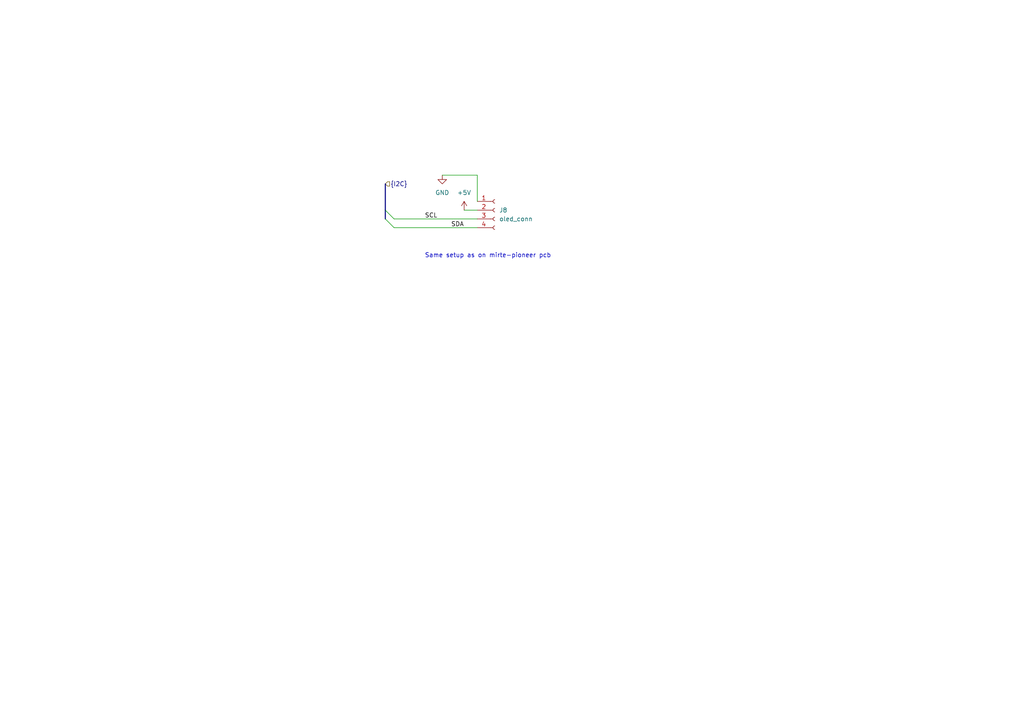
<source format=kicad_sch>
(kicad_sch (version 20230121) (generator eeschema)
  (paper "A4")
  (lib_symbols
    (symbol "Connector:Conn_01x04_Socket" (pin_names (offset 1.016) hide)
      (property "Reference" "J" (at 0 5.08 0))
      (property "Value" "Conn_01x04_Socket" (at 0 -7.62 0))
      (symbol "Conn_01x04_Socket_1_1"
        (arc (start 0 -4.572) (mid -0.5058 -5.08) (end 0 -5.588) (stroke (width 0.1524)))
        (arc (start 0 -2.032) (mid -0.5058 -2.54) (end 0 -3.048) (stroke (width 0.1524)))
        (polyline (pts (xy -1.27 -5.08) (xy -0.508 -5.08)) (stroke (width 0.1524)))
        (polyline (pts (xy -1.27 -2.54) (xy -0.508 -2.54)) (stroke (width 0.1524)))
        (polyline (pts (xy -1.27 0) (xy -0.508 0)) (stroke (width 0.1524)))
        (polyline (pts (xy -1.27 2.54) (xy -0.508 2.54)) (stroke (width 0.1524)))
        (arc (start 0 0.508) (mid -0.5058 0) (end 0 -0.508) (stroke (width 0.1524)))
        (arc (start 0 3.048) (mid -0.5058 2.54) (end 0 2.032) (stroke (width 0.1524)))
        (pin passive line (at -5.08 2.54 0) (length 3.81) (name "Pin_1") (number "1"))
        (pin passive line (at -5.08 0 0) (length 3.81) (name "Pin_2") (number "2"))
        (pin passive line (at -5.08 -2.54 0) (length 3.81) (name "Pin_3") (number "3"))
        (pin passive line (at -5.08 -5.08 0) (length 3.81) (name "Pin_4") (number "4"))
      )
    )
    (symbol "power:+5V" (power) (pin_names (offset 0))
      (property "Value" "+5V" (at 0 3.556 0))
      (symbol "+5V_0_1"
        (polyline (pts (xy -0.762 1.27) (xy 0 2.54)))
        (polyline (pts (xy 0 0) (xy 0 2.54)))
        (polyline (pts (xy 0 2.54) (xy 0.762 1.27)))
      )
      (symbol "+5V_1_1"
        (pin power_in line (at 0 0 90) (length 0) hide (name "+5V") (number "1"))
      )
    )
    (symbol "power:GND" (power) (pin_names (offset 0))
      (property "Value" "GND" (at 0 -3.81 0))
      (symbol "GND_0_1"
        (polyline (pts (xy 0 0) (xy 0 -1.27) (xy 1.27 -1.27) (xy 0 -2.54) (xy -1.27 -1.27) (xy 0 -1.27)))
      )
      (symbol "GND_1_1"
        (pin power_in line (at 0 0 270) (length 0) hide (name "GND") (number "1"))
      )
    )
  )
  (bus_entry (at 111.76 60.96) (size 2.54 2.54))
  (bus_entry (at 111.76 63.5) (size 2.54 2.54))
  (wire (pts (xy 138.43 50.8) (xy 138.43 58.42)))
  (bus (pts (xy 111.76 60.96) (xy 111.76 63.5)))
  (wire (pts (xy 114.3 66.04) (xy 138.43 66.04)))
  (wire (pts (xy 114.3 63.5) (xy 138.43 63.5)))
  (wire (pts (xy 134.62 60.96) (xy 138.43 60.96)))
  (bus (pts (xy 111.76 53.34) (xy 111.76 60.96)))
  (wire (pts (xy 128.27 50.8) (xy 138.43 50.8)))
  (text "Same setup as on mirte-pioneer pcb" (at 123.19 74.93 0) (effects (font (size 1.27 1.27)) (justify left bottom)))
  (label "SCL" (at 123.19 63.5 0))
  (label "SDA" (at 130.81 66.04 0))
  (hierarchical_label "{I2C}" (shape input) (at 111.76 53.34 0))
  (symbol (lib_id "Connector:Conn_01x04_Socket") (at 143.51 60.96 0) (unit 1)
    (property "Reference" "J8" (at 144.78 60.96 0) (effects (justify left)))
    (property "Value" "oled_conn" (at 144.78 63.5 0) (effects (justify left)))
    (property "Footprint" "Connector_JST:JST_XH_B4B-XH-A_1x04_P2.50mm_Vertical" (effects hide))
    (property "LCSC" "C144395" (effects hide))
  )
  (symbol (lib_id "power:+5V") (at 134.62 60.96 0) (unit 1)
    (property "Reference" "#PWR020" (effects hide))
    (property "Value" "+5V" (at 134.62 55.88 0))
  )
  (symbol (lib_id "power:GND") (at 128.27 50.8 0) (unit 1)
    (property "Reference" "#PWR019" (effects hide))
    (property "Value" "GND" (at 128.27 55.88 0))
  )
)
</source>
